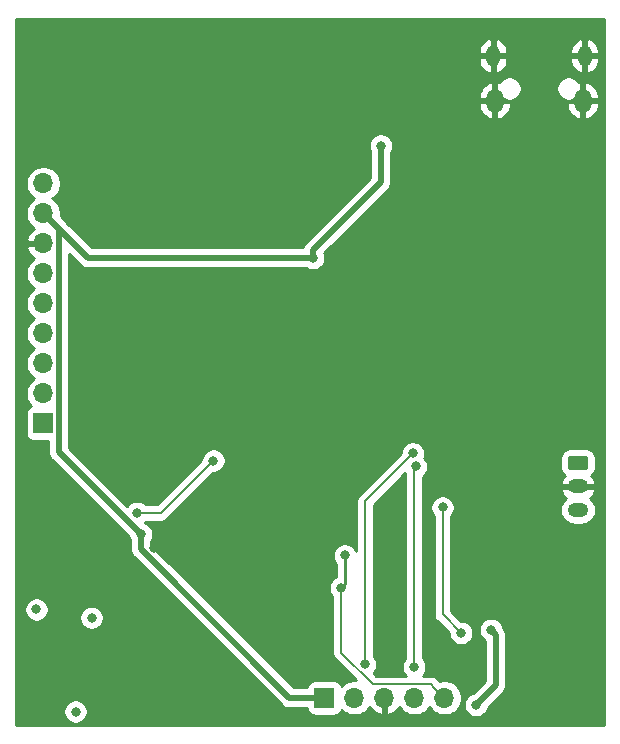
<source format=gbr>
G04 #@! TF.GenerationSoftware,KiCad,Pcbnew,5.1.5-52549c5~84~ubuntu18.04.1*
G04 #@! TF.CreationDate,2020-02-14T16:52:17+01:00*
G04 #@! TF.ProjectId,Project,50726f6a-6563-4742-9e6b-696361645f70,rev?*
G04 #@! TF.SameCoordinates,Original*
G04 #@! TF.FileFunction,Copper,L2,Bot*
G04 #@! TF.FilePolarity,Positive*
%FSLAX46Y46*%
G04 Gerber Fmt 4.6, Leading zero omitted, Abs format (unit mm)*
G04 Created by KiCad (PCBNEW 5.1.5-52549c5~84~ubuntu18.04.1) date 2020-02-14 16:52:17*
%MOMM*%
%LPD*%
G04 APERTURE LIST*
%ADD10R,1.700000X1.700000*%
%ADD11O,1.700000X1.700000*%
%ADD12O,1.450000X2.000000*%
%ADD13O,1.150000X1.800000*%
%ADD14C,0.100000*%
%ADD15O,1.750000X1.200000*%
%ADD16C,0.800000*%
%ADD17C,0.500000*%
%ADD18C,0.200000*%
%ADD19C,0.250000*%
%ADD20C,0.254000*%
G04 APERTURE END LIST*
D10*
X276220000Y-297600000D03*
D11*
X278760000Y-297600000D03*
X281300000Y-297600000D03*
X283840000Y-297600000D03*
X286380000Y-297600000D03*
D12*
X298095000Y-247040000D03*
X290645000Y-247040000D03*
D13*
X298245000Y-243240000D03*
X290495000Y-243240000D03*
G04 #@! TA.AperFunction,ComponentPad*
D14*
G36*
X298337505Y-277087204D02*
G01*
X298361773Y-277090804D01*
X298385572Y-277096765D01*
X298408671Y-277105030D01*
X298430850Y-277115520D01*
X298451893Y-277128132D01*
X298471599Y-277142747D01*
X298489777Y-277159223D01*
X298506253Y-277177401D01*
X298520868Y-277197107D01*
X298533480Y-277218150D01*
X298543970Y-277240329D01*
X298552235Y-277263428D01*
X298558196Y-277287227D01*
X298561796Y-277311495D01*
X298563000Y-277335999D01*
X298563000Y-278036001D01*
X298561796Y-278060505D01*
X298558196Y-278084773D01*
X298552235Y-278108572D01*
X298543970Y-278131671D01*
X298533480Y-278153850D01*
X298520868Y-278174893D01*
X298506253Y-278194599D01*
X298489777Y-278212777D01*
X298471599Y-278229253D01*
X298451893Y-278243868D01*
X298430850Y-278256480D01*
X298408671Y-278266970D01*
X298385572Y-278275235D01*
X298361773Y-278281196D01*
X298337505Y-278284796D01*
X298313001Y-278286000D01*
X297062999Y-278286000D01*
X297038495Y-278284796D01*
X297014227Y-278281196D01*
X296990428Y-278275235D01*
X296967329Y-278266970D01*
X296945150Y-278256480D01*
X296924107Y-278243868D01*
X296904401Y-278229253D01*
X296886223Y-278212777D01*
X296869747Y-278194599D01*
X296855132Y-278174893D01*
X296842520Y-278153850D01*
X296832030Y-278131671D01*
X296823765Y-278108572D01*
X296817804Y-278084773D01*
X296814204Y-278060505D01*
X296813000Y-278036001D01*
X296813000Y-277335999D01*
X296814204Y-277311495D01*
X296817804Y-277287227D01*
X296823765Y-277263428D01*
X296832030Y-277240329D01*
X296842520Y-277218150D01*
X296855132Y-277197107D01*
X296869747Y-277177401D01*
X296886223Y-277159223D01*
X296904401Y-277142747D01*
X296924107Y-277128132D01*
X296945150Y-277115520D01*
X296967329Y-277105030D01*
X296990428Y-277096765D01*
X297014227Y-277090804D01*
X297038495Y-277087204D01*
X297062999Y-277086000D01*
X298313001Y-277086000D01*
X298337505Y-277087204D01*
G37*
G04 #@! TD.AperFunction*
D15*
X297688000Y-279686000D03*
X297688000Y-281686000D03*
D10*
X252420000Y-274360000D03*
D11*
X252420000Y-271820000D03*
X252420000Y-269280000D03*
X252420000Y-266740000D03*
X252420000Y-264200000D03*
X252420000Y-261660000D03*
X252420000Y-259120000D03*
X252420000Y-256580000D03*
X252420000Y-254040000D03*
D16*
X256500000Y-290810000D03*
X255150000Y-298750000D03*
X251830000Y-290110000D03*
X280990000Y-250840000D03*
X275260000Y-260340000D03*
X290322000Y-291846000D03*
X289052000Y-298196000D03*
X260670000Y-283740000D03*
X277622000Y-288290000D03*
X277940000Y-285530000D03*
X255820000Y-247630000D03*
X268220000Y-283320000D03*
X273410000Y-286170000D03*
X274682000Y-271898000D03*
X277882000Y-271968000D03*
X293590000Y-249870000D03*
X280730000Y-267220000D03*
X261790000Y-284890000D03*
X287510000Y-287290000D03*
X282030000Y-289570000D03*
X283810000Y-294970000D03*
X283970000Y-278000000D03*
X283710000Y-276890000D03*
X279640000Y-294760000D03*
X287782000Y-292100000D03*
X286214525Y-281475475D03*
X260350000Y-281940000D03*
X266820975Y-277501025D03*
D17*
X280990000Y-250840000D02*
X280990000Y-253920000D01*
X280990000Y-253920000D02*
X275260000Y-259650000D01*
X275260000Y-259650000D02*
X275260000Y-260340000D01*
X290322000Y-291846000D02*
X290721999Y-292245999D01*
X290721999Y-292245999D02*
X290721999Y-296526001D01*
X290721999Y-296526001D02*
X289052000Y-298196000D01*
X256180000Y-260340000D02*
X252420000Y-256580000D01*
X275260000Y-260340000D02*
X256180000Y-260340000D01*
X253720001Y-276790001D02*
X260670000Y-283740000D01*
X252420000Y-256580000D02*
X253720001Y-257880001D01*
X253720001Y-257880001D02*
X253720001Y-276790001D01*
X274870000Y-297600000D02*
X276220000Y-297600000D01*
X273241998Y-297600000D02*
X274870000Y-297600000D01*
X260670000Y-285028002D02*
X273241998Y-297600000D01*
X260670000Y-283740000D02*
X260670000Y-285028002D01*
D18*
X285530001Y-296750001D02*
X286380000Y-297600000D01*
X285229999Y-296449999D02*
X285530001Y-296750001D01*
X280293997Y-296449999D02*
X285229999Y-296449999D01*
X277622000Y-293778002D02*
X280293997Y-296449999D01*
X277622000Y-288290000D02*
X277622000Y-293778002D01*
D19*
X277940000Y-287972000D02*
X277622000Y-288290000D01*
X277940000Y-285530000D02*
X277940000Y-287972000D01*
D18*
X283810000Y-294970000D02*
X283810000Y-278160000D01*
X283810000Y-278160000D02*
X283970000Y-278000000D01*
X283710000Y-276890000D02*
X279640000Y-280960000D01*
X279640000Y-280960000D02*
X279640000Y-294760000D01*
X287782000Y-292100000D02*
X286214525Y-290532525D01*
X286214525Y-290532525D02*
X286214525Y-281475475D01*
X260350000Y-281940000D02*
X262382000Y-281940000D01*
X262382000Y-281940000D02*
X266820975Y-277501025D01*
D20*
G36*
X299873000Y-299873000D02*
G01*
X250127000Y-299873000D01*
X250127000Y-298648061D01*
X254115000Y-298648061D01*
X254115000Y-298851939D01*
X254154774Y-299051898D01*
X254232795Y-299240256D01*
X254346063Y-299409774D01*
X254490226Y-299553937D01*
X254659744Y-299667205D01*
X254848102Y-299745226D01*
X255048061Y-299785000D01*
X255251939Y-299785000D01*
X255451898Y-299745226D01*
X255640256Y-299667205D01*
X255809774Y-299553937D01*
X255953937Y-299409774D01*
X256067205Y-299240256D01*
X256145226Y-299051898D01*
X256185000Y-298851939D01*
X256185000Y-298648061D01*
X256145226Y-298448102D01*
X256067205Y-298259744D01*
X255953937Y-298090226D01*
X255809774Y-297946063D01*
X255640256Y-297832795D01*
X255451898Y-297754774D01*
X255251939Y-297715000D01*
X255048061Y-297715000D01*
X254848102Y-297754774D01*
X254659744Y-297832795D01*
X254490226Y-297946063D01*
X254346063Y-298090226D01*
X254232795Y-298259744D01*
X254154774Y-298448102D01*
X254115000Y-298648061D01*
X250127000Y-298648061D01*
X250127000Y-290008061D01*
X250795000Y-290008061D01*
X250795000Y-290211939D01*
X250834774Y-290411898D01*
X250912795Y-290600256D01*
X251026063Y-290769774D01*
X251170226Y-290913937D01*
X251339744Y-291027205D01*
X251528102Y-291105226D01*
X251728061Y-291145000D01*
X251931939Y-291145000D01*
X252131898Y-291105226D01*
X252320256Y-291027205D01*
X252489774Y-290913937D01*
X252633937Y-290769774D01*
X252675172Y-290708061D01*
X255465000Y-290708061D01*
X255465000Y-290911939D01*
X255504774Y-291111898D01*
X255582795Y-291300256D01*
X255696063Y-291469774D01*
X255840226Y-291613937D01*
X256009744Y-291727205D01*
X256198102Y-291805226D01*
X256398061Y-291845000D01*
X256601939Y-291845000D01*
X256801898Y-291805226D01*
X256990256Y-291727205D01*
X257159774Y-291613937D01*
X257303937Y-291469774D01*
X257417205Y-291300256D01*
X257495226Y-291111898D01*
X257535000Y-290911939D01*
X257535000Y-290708061D01*
X257495226Y-290508102D01*
X257417205Y-290319744D01*
X257303937Y-290150226D01*
X257159774Y-290006063D01*
X256990256Y-289892795D01*
X256801898Y-289814774D01*
X256601939Y-289775000D01*
X256398061Y-289775000D01*
X256198102Y-289814774D01*
X256009744Y-289892795D01*
X255840226Y-290006063D01*
X255696063Y-290150226D01*
X255582795Y-290319744D01*
X255504774Y-290508102D01*
X255465000Y-290708061D01*
X252675172Y-290708061D01*
X252747205Y-290600256D01*
X252825226Y-290411898D01*
X252865000Y-290211939D01*
X252865000Y-290008061D01*
X252825226Y-289808102D01*
X252747205Y-289619744D01*
X252633937Y-289450226D01*
X252489774Y-289306063D01*
X252320256Y-289192795D01*
X252131898Y-289114774D01*
X251931939Y-289075000D01*
X251728061Y-289075000D01*
X251528102Y-289114774D01*
X251339744Y-289192795D01*
X251170226Y-289306063D01*
X251026063Y-289450226D01*
X250912795Y-289619744D01*
X250834774Y-289808102D01*
X250795000Y-290008061D01*
X250127000Y-290008061D01*
X250127000Y-273510000D01*
X250931928Y-273510000D01*
X250931928Y-275210000D01*
X250944188Y-275334482D01*
X250980498Y-275454180D01*
X251039463Y-275564494D01*
X251118815Y-275661185D01*
X251215506Y-275740537D01*
X251325820Y-275799502D01*
X251445518Y-275835812D01*
X251570000Y-275848072D01*
X252835002Y-275848072D01*
X252835002Y-276746522D01*
X252830720Y-276790001D01*
X252847806Y-276963491D01*
X252898413Y-277130314D01*
X252980591Y-277284060D01*
X253063469Y-277385047D01*
X253063472Y-277385050D01*
X253091185Y-277418818D01*
X253124953Y-277446531D01*
X259663465Y-283985044D01*
X259674774Y-284041898D01*
X259752795Y-284230256D01*
X259785000Y-284278455D01*
X259785001Y-284984524D01*
X259780719Y-285028002D01*
X259797805Y-285201492D01*
X259848412Y-285368315D01*
X259930590Y-285522061D01*
X260013468Y-285623048D01*
X260013471Y-285623051D01*
X260041184Y-285656819D01*
X260074952Y-285684532D01*
X272585468Y-298195049D01*
X272613181Y-298228817D01*
X272646949Y-298256530D01*
X272646951Y-298256532D01*
X272697406Y-298297939D01*
X272747939Y-298339411D01*
X272901685Y-298421589D01*
X273068508Y-298472195D01*
X273198521Y-298485000D01*
X273198531Y-298485000D01*
X273241997Y-298489281D01*
X273285464Y-298485000D01*
X274735375Y-298485000D01*
X274744188Y-298574482D01*
X274780498Y-298694180D01*
X274839463Y-298804494D01*
X274918815Y-298901185D01*
X275015506Y-298980537D01*
X275125820Y-299039502D01*
X275245518Y-299075812D01*
X275370000Y-299088072D01*
X277070000Y-299088072D01*
X277194482Y-299075812D01*
X277314180Y-299039502D01*
X277424494Y-298980537D01*
X277521185Y-298901185D01*
X277600537Y-298804494D01*
X277659502Y-298694180D01*
X277681513Y-298621620D01*
X277813368Y-298753475D01*
X278056589Y-298915990D01*
X278326842Y-299027932D01*
X278613740Y-299085000D01*
X278906260Y-299085000D01*
X279193158Y-299027932D01*
X279463411Y-298915990D01*
X279706632Y-298753475D01*
X279913475Y-298546632D01*
X280035195Y-298364466D01*
X280104822Y-298481355D01*
X280299731Y-298697588D01*
X280533080Y-298871641D01*
X280795901Y-298996825D01*
X280943110Y-299041476D01*
X281173000Y-298920155D01*
X281173000Y-297727000D01*
X281153000Y-297727000D01*
X281153000Y-297473000D01*
X281173000Y-297473000D01*
X281173000Y-297453000D01*
X281427000Y-297453000D01*
X281427000Y-297473000D01*
X281447000Y-297473000D01*
X281447000Y-297727000D01*
X281427000Y-297727000D01*
X281427000Y-298920155D01*
X281656890Y-299041476D01*
X281804099Y-298996825D01*
X282066920Y-298871641D01*
X282300269Y-298697588D01*
X282495178Y-298481355D01*
X282564805Y-298364466D01*
X282686525Y-298546632D01*
X282893368Y-298753475D01*
X283136589Y-298915990D01*
X283406842Y-299027932D01*
X283693740Y-299085000D01*
X283986260Y-299085000D01*
X284273158Y-299027932D01*
X284543411Y-298915990D01*
X284786632Y-298753475D01*
X284993475Y-298546632D01*
X285110000Y-298372240D01*
X285226525Y-298546632D01*
X285433368Y-298753475D01*
X285676589Y-298915990D01*
X285946842Y-299027932D01*
X286233740Y-299085000D01*
X286526260Y-299085000D01*
X286813158Y-299027932D01*
X287083411Y-298915990D01*
X287326632Y-298753475D01*
X287533475Y-298546632D01*
X287695990Y-298303411D01*
X287782705Y-298094061D01*
X288017000Y-298094061D01*
X288017000Y-298297939D01*
X288056774Y-298497898D01*
X288134795Y-298686256D01*
X288248063Y-298855774D01*
X288392226Y-298999937D01*
X288561744Y-299113205D01*
X288750102Y-299191226D01*
X288950061Y-299231000D01*
X289153939Y-299231000D01*
X289353898Y-299191226D01*
X289542256Y-299113205D01*
X289711774Y-298999937D01*
X289855937Y-298855774D01*
X289969205Y-298686256D01*
X290047226Y-298497898D01*
X290058535Y-298441043D01*
X291317048Y-297182531D01*
X291350816Y-297154818D01*
X291390930Y-297105940D01*
X291461409Y-297020061D01*
X291461410Y-297020060D01*
X291543588Y-296866314D01*
X291594194Y-296699491D01*
X291606999Y-296569478D01*
X291606999Y-296569468D01*
X291611280Y-296526002D01*
X291606999Y-296482536D01*
X291606999Y-292289465D01*
X291611280Y-292245998D01*
X291606999Y-292202532D01*
X291606999Y-292202522D01*
X291594194Y-292072509D01*
X291543588Y-291905686D01*
X291461410Y-291751940D01*
X291350816Y-291617182D01*
X291328045Y-291598495D01*
X291317226Y-291544102D01*
X291239205Y-291355744D01*
X291125937Y-291186226D01*
X290981774Y-291042063D01*
X290812256Y-290928795D01*
X290623898Y-290850774D01*
X290423939Y-290811000D01*
X290220061Y-290811000D01*
X290020102Y-290850774D01*
X289831744Y-290928795D01*
X289662226Y-291042063D01*
X289518063Y-291186226D01*
X289404795Y-291355744D01*
X289326774Y-291544102D01*
X289287000Y-291744061D01*
X289287000Y-291947939D01*
X289326774Y-292147898D01*
X289404795Y-292336256D01*
X289518063Y-292505774D01*
X289662226Y-292649937D01*
X289831744Y-292763205D01*
X289836999Y-292765382D01*
X289837000Y-296159421D01*
X288806957Y-297189465D01*
X288750102Y-297200774D01*
X288561744Y-297278795D01*
X288392226Y-297392063D01*
X288248063Y-297536226D01*
X288134795Y-297705744D01*
X288056774Y-297894102D01*
X288017000Y-298094061D01*
X287782705Y-298094061D01*
X287807932Y-298033158D01*
X287865000Y-297746260D01*
X287865000Y-297453740D01*
X287807932Y-297166842D01*
X287695990Y-296896589D01*
X287533475Y-296653368D01*
X287326632Y-296446525D01*
X287083411Y-296284010D01*
X286813158Y-296172068D01*
X286526260Y-296115000D01*
X286233740Y-296115000D01*
X285984102Y-296164656D01*
X285775258Y-295955812D01*
X285752237Y-295927761D01*
X285640319Y-295835912D01*
X285512632Y-295767662D01*
X285374084Y-295725634D01*
X285266104Y-295714999D01*
X285229999Y-295711443D01*
X285193894Y-295714999D01*
X284528712Y-295714999D01*
X284613937Y-295629774D01*
X284727205Y-295460256D01*
X284805226Y-295271898D01*
X284845000Y-295071939D01*
X284845000Y-294868061D01*
X284805226Y-294668102D01*
X284727205Y-294479744D01*
X284613937Y-294310226D01*
X284545000Y-294241289D01*
X284545000Y-281373536D01*
X285179525Y-281373536D01*
X285179525Y-281577414D01*
X285219299Y-281777373D01*
X285297320Y-281965731D01*
X285410588Y-282135249D01*
X285479526Y-282204187D01*
X285479525Y-290496420D01*
X285475969Y-290532525D01*
X285479525Y-290568629D01*
X285490160Y-290676609D01*
X285532188Y-290815157D01*
X285600438Y-290942844D01*
X285692287Y-291054762D01*
X285720333Y-291077779D01*
X286747000Y-292104447D01*
X286747000Y-292201939D01*
X286786774Y-292401898D01*
X286864795Y-292590256D01*
X286978063Y-292759774D01*
X287122226Y-292903937D01*
X287291744Y-293017205D01*
X287480102Y-293095226D01*
X287680061Y-293135000D01*
X287883939Y-293135000D01*
X288083898Y-293095226D01*
X288272256Y-293017205D01*
X288441774Y-292903937D01*
X288585937Y-292759774D01*
X288699205Y-292590256D01*
X288777226Y-292401898D01*
X288817000Y-292201939D01*
X288817000Y-291998061D01*
X288777226Y-291798102D01*
X288699205Y-291609744D01*
X288585937Y-291440226D01*
X288441774Y-291296063D01*
X288272256Y-291182795D01*
X288083898Y-291104774D01*
X287883939Y-291065000D01*
X287786447Y-291065000D01*
X286949525Y-290228079D01*
X286949525Y-282204186D01*
X287018462Y-282135249D01*
X287131730Y-281965731D01*
X287209751Y-281777373D01*
X287227926Y-281686000D01*
X296172025Y-281686000D01*
X296195870Y-281928102D01*
X296266489Y-282160901D01*
X296381167Y-282375449D01*
X296535498Y-282563502D01*
X296723551Y-282717833D01*
X296938099Y-282832511D01*
X297170898Y-282903130D01*
X297352335Y-282921000D01*
X298023665Y-282921000D01*
X298205102Y-282903130D01*
X298437901Y-282832511D01*
X298652449Y-282717833D01*
X298840502Y-282563502D01*
X298994833Y-282375449D01*
X299109511Y-282160901D01*
X299180130Y-281928102D01*
X299203975Y-281686000D01*
X299180130Y-281443898D01*
X299109511Y-281211099D01*
X298994833Y-280996551D01*
X298840502Y-280808498D01*
X298690652Y-280685519D01*
X298754725Y-280642307D01*
X298926078Y-280469474D01*
X299060421Y-280266533D01*
X299152591Y-280041282D01*
X299156462Y-280003609D01*
X299031731Y-279813000D01*
X297815000Y-279813000D01*
X297815000Y-279833000D01*
X297561000Y-279833000D01*
X297561000Y-279813000D01*
X296344269Y-279813000D01*
X296219538Y-280003609D01*
X296223409Y-280041282D01*
X296315579Y-280266533D01*
X296449922Y-280469474D01*
X296621275Y-280642307D01*
X296685348Y-280685519D01*
X296535498Y-280808498D01*
X296381167Y-280996551D01*
X296266489Y-281211099D01*
X296195870Y-281443898D01*
X296172025Y-281686000D01*
X287227926Y-281686000D01*
X287249525Y-281577414D01*
X287249525Y-281373536D01*
X287209751Y-281173577D01*
X287131730Y-280985219D01*
X287018462Y-280815701D01*
X286874299Y-280671538D01*
X286704781Y-280558270D01*
X286516423Y-280480249D01*
X286316464Y-280440475D01*
X286112586Y-280440475D01*
X285912627Y-280480249D01*
X285724269Y-280558270D01*
X285554751Y-280671538D01*
X285410588Y-280815701D01*
X285297320Y-280985219D01*
X285219299Y-281173577D01*
X285179525Y-281373536D01*
X284545000Y-281373536D01*
X284545000Y-278860581D01*
X284629774Y-278803937D01*
X284773937Y-278659774D01*
X284887205Y-278490256D01*
X284965226Y-278301898D01*
X285005000Y-278101939D01*
X285005000Y-277898061D01*
X284965226Y-277698102D01*
X284887205Y-277509744D01*
X284773937Y-277340226D01*
X284769710Y-277335999D01*
X296174928Y-277335999D01*
X296174928Y-278036001D01*
X296191992Y-278209255D01*
X296242528Y-278375851D01*
X296324595Y-278529387D01*
X296435038Y-278663962D01*
X296569613Y-278774405D01*
X296574406Y-278776967D01*
X296449922Y-278902526D01*
X296315579Y-279105467D01*
X296223409Y-279330718D01*
X296219538Y-279368391D01*
X296344269Y-279559000D01*
X297561000Y-279559000D01*
X297561000Y-279539000D01*
X297815000Y-279539000D01*
X297815000Y-279559000D01*
X299031731Y-279559000D01*
X299156462Y-279368391D01*
X299152591Y-279330718D01*
X299060421Y-279105467D01*
X298926078Y-278902526D01*
X298801594Y-278776967D01*
X298806387Y-278774405D01*
X298940962Y-278663962D01*
X299051405Y-278529387D01*
X299133472Y-278375851D01*
X299184008Y-278209255D01*
X299201072Y-278036001D01*
X299201072Y-277335999D01*
X299184008Y-277162745D01*
X299133472Y-276996149D01*
X299051405Y-276842613D01*
X298940962Y-276708038D01*
X298806387Y-276597595D01*
X298652851Y-276515528D01*
X298486255Y-276464992D01*
X298313001Y-276447928D01*
X297062999Y-276447928D01*
X296889745Y-276464992D01*
X296723149Y-276515528D01*
X296569613Y-276597595D01*
X296435038Y-276708038D01*
X296324595Y-276842613D01*
X296242528Y-276996149D01*
X296191992Y-277162745D01*
X296174928Y-277335999D01*
X284769710Y-277335999D01*
X284681907Y-277248196D01*
X284705226Y-277191898D01*
X284745000Y-276991939D01*
X284745000Y-276788061D01*
X284705226Y-276588102D01*
X284627205Y-276399744D01*
X284513937Y-276230226D01*
X284369774Y-276086063D01*
X284200256Y-275972795D01*
X284011898Y-275894774D01*
X283811939Y-275855000D01*
X283608061Y-275855000D01*
X283408102Y-275894774D01*
X283219744Y-275972795D01*
X283050226Y-276086063D01*
X282906063Y-276230226D01*
X282792795Y-276399744D01*
X282714774Y-276588102D01*
X282675000Y-276788061D01*
X282675000Y-276885553D01*
X279145808Y-280414746D01*
X279117762Y-280437763D01*
X279025913Y-280549681D01*
X278957663Y-280677368D01*
X278935294Y-280751110D01*
X278915635Y-280815915D01*
X278901444Y-280960000D01*
X278905000Y-280996105D01*
X278905000Y-285155131D01*
X278857205Y-285039744D01*
X278743937Y-284870226D01*
X278599774Y-284726063D01*
X278430256Y-284612795D01*
X278241898Y-284534774D01*
X278041939Y-284495000D01*
X277838061Y-284495000D01*
X277638102Y-284534774D01*
X277449744Y-284612795D01*
X277280226Y-284726063D01*
X277136063Y-284870226D01*
X277022795Y-285039744D01*
X276944774Y-285228102D01*
X276905000Y-285428061D01*
X276905000Y-285631939D01*
X276944774Y-285831898D01*
X277022795Y-286020256D01*
X277136063Y-286189774D01*
X277180000Y-286233711D01*
X277180001Y-287352806D01*
X277131744Y-287372795D01*
X276962226Y-287486063D01*
X276818063Y-287630226D01*
X276704795Y-287799744D01*
X276626774Y-287988102D01*
X276587000Y-288188061D01*
X276587000Y-288391939D01*
X276626774Y-288591898D01*
X276704795Y-288780256D01*
X276818063Y-288949774D01*
X276887000Y-289018711D01*
X276887001Y-293741887D01*
X276883444Y-293778002D01*
X276897635Y-293922087D01*
X276907942Y-293956063D01*
X276939664Y-294060635D01*
X277007914Y-294188322D01*
X277099763Y-294300240D01*
X277127808Y-294323256D01*
X278922852Y-296118300D01*
X278906260Y-296115000D01*
X278613740Y-296115000D01*
X278326842Y-296172068D01*
X278056589Y-296284010D01*
X277813368Y-296446525D01*
X277681513Y-296578380D01*
X277659502Y-296505820D01*
X277600537Y-296395506D01*
X277521185Y-296298815D01*
X277424494Y-296219463D01*
X277314180Y-296160498D01*
X277194482Y-296124188D01*
X277070000Y-296111928D01*
X275370000Y-296111928D01*
X275245518Y-296124188D01*
X275125820Y-296160498D01*
X275015506Y-296219463D01*
X274918815Y-296298815D01*
X274839463Y-296395506D01*
X274780498Y-296505820D01*
X274744188Y-296625518D01*
X274735375Y-296715000D01*
X273608577Y-296715000D01*
X261555000Y-284661424D01*
X261555000Y-284278454D01*
X261587205Y-284230256D01*
X261665226Y-284041898D01*
X261705000Y-283841939D01*
X261705000Y-283638061D01*
X261665226Y-283438102D01*
X261587205Y-283249744D01*
X261473937Y-283080226D01*
X261329774Y-282936063D01*
X261160256Y-282822795D01*
X260994506Y-282754139D01*
X261009774Y-282743937D01*
X261078711Y-282675000D01*
X262345895Y-282675000D01*
X262382000Y-282678556D01*
X262418105Y-282675000D01*
X262526085Y-282664365D01*
X262664633Y-282622337D01*
X262792320Y-282554087D01*
X262904238Y-282462238D01*
X262927259Y-282434187D01*
X266825422Y-278536025D01*
X266922914Y-278536025D01*
X267122873Y-278496251D01*
X267311231Y-278418230D01*
X267480749Y-278304962D01*
X267624912Y-278160799D01*
X267738180Y-277991281D01*
X267816201Y-277802923D01*
X267855975Y-277602964D01*
X267855975Y-277399086D01*
X267816201Y-277199127D01*
X267738180Y-277010769D01*
X267624912Y-276841251D01*
X267480749Y-276697088D01*
X267311231Y-276583820D01*
X267122873Y-276505799D01*
X266922914Y-276466025D01*
X266719036Y-276466025D01*
X266519077Y-276505799D01*
X266330719Y-276583820D01*
X266161201Y-276697088D01*
X266017038Y-276841251D01*
X265903770Y-277010769D01*
X265825749Y-277199127D01*
X265785975Y-277399086D01*
X265785975Y-277496578D01*
X262077554Y-281205000D01*
X261078711Y-281205000D01*
X261009774Y-281136063D01*
X260840256Y-281022795D01*
X260651898Y-280944774D01*
X260451939Y-280905000D01*
X260248061Y-280905000D01*
X260048102Y-280944774D01*
X259859744Y-281022795D01*
X259690226Y-281136063D01*
X259546063Y-281280226D01*
X259512314Y-281330735D01*
X254605001Y-276423423D01*
X254605001Y-260016580D01*
X255523470Y-260935049D01*
X255551183Y-260968817D01*
X255584951Y-260996530D01*
X255584953Y-260996532D01*
X255656452Y-261055210D01*
X255685941Y-261079411D01*
X255839687Y-261161589D01*
X255955903Y-261196843D01*
X256006509Y-261212195D01*
X256021306Y-261213652D01*
X256136523Y-261225000D01*
X256136531Y-261225000D01*
X256180000Y-261229281D01*
X256223469Y-261225000D01*
X274721546Y-261225000D01*
X274769744Y-261257205D01*
X274958102Y-261335226D01*
X275158061Y-261375000D01*
X275361939Y-261375000D01*
X275561898Y-261335226D01*
X275750256Y-261257205D01*
X275919774Y-261143937D01*
X276063937Y-260999774D01*
X276177205Y-260830256D01*
X276255226Y-260641898D01*
X276295000Y-260441939D01*
X276295000Y-260238061D01*
X276255226Y-260038102D01*
X276216637Y-259944941D01*
X281585049Y-254576530D01*
X281618817Y-254548817D01*
X281680910Y-254473158D01*
X281729411Y-254414059D01*
X281811588Y-254260314D01*
X281811589Y-254260313D01*
X281862195Y-254093490D01*
X281875000Y-253963477D01*
X281875000Y-253963469D01*
X281879281Y-253920000D01*
X281875000Y-253876531D01*
X281875000Y-251378454D01*
X281907205Y-251330256D01*
X281985226Y-251141898D01*
X282025000Y-250941939D01*
X282025000Y-250738061D01*
X281985226Y-250538102D01*
X281907205Y-250349744D01*
X281793937Y-250180226D01*
X281649774Y-250036063D01*
X281480256Y-249922795D01*
X281291898Y-249844774D01*
X281091939Y-249805000D01*
X280888061Y-249805000D01*
X280688102Y-249844774D01*
X280499744Y-249922795D01*
X280330226Y-250036063D01*
X280186063Y-250180226D01*
X280072795Y-250349744D01*
X279994774Y-250538102D01*
X279955000Y-250738061D01*
X279955000Y-250941939D01*
X279994774Y-251141898D01*
X280072795Y-251330256D01*
X280105000Y-251378455D01*
X280105001Y-253553420D01*
X274664956Y-258993466D01*
X274631183Y-259021183D01*
X274520589Y-259155942D01*
X274438411Y-259309688D01*
X274394330Y-259455000D01*
X256546579Y-259455000D01*
X254376534Y-257284955D01*
X254348818Y-257251184D01*
X254315051Y-257223472D01*
X253890539Y-256798960D01*
X253905000Y-256726260D01*
X253905000Y-256433740D01*
X253847932Y-256146842D01*
X253735990Y-255876589D01*
X253573475Y-255633368D01*
X253366632Y-255426525D01*
X253192240Y-255310000D01*
X253366632Y-255193475D01*
X253573475Y-254986632D01*
X253735990Y-254743411D01*
X253847932Y-254473158D01*
X253905000Y-254186260D01*
X253905000Y-253893740D01*
X253847932Y-253606842D01*
X253735990Y-253336589D01*
X253573475Y-253093368D01*
X253366632Y-252886525D01*
X253123411Y-252724010D01*
X252853158Y-252612068D01*
X252566260Y-252555000D01*
X252273740Y-252555000D01*
X251986842Y-252612068D01*
X251716589Y-252724010D01*
X251473368Y-252886525D01*
X251266525Y-253093368D01*
X251104010Y-253336589D01*
X250992068Y-253606842D01*
X250935000Y-253893740D01*
X250935000Y-254186260D01*
X250992068Y-254473158D01*
X251104010Y-254743411D01*
X251266525Y-254986632D01*
X251473368Y-255193475D01*
X251647760Y-255310000D01*
X251473368Y-255426525D01*
X251266525Y-255633368D01*
X251104010Y-255876589D01*
X250992068Y-256146842D01*
X250935000Y-256433740D01*
X250935000Y-256726260D01*
X250992068Y-257013158D01*
X251104010Y-257283411D01*
X251266525Y-257526632D01*
X251473368Y-257733475D01*
X251655534Y-257855195D01*
X251538645Y-257924822D01*
X251322412Y-258119731D01*
X251148359Y-258353080D01*
X251023175Y-258615901D01*
X250978524Y-258763110D01*
X251099845Y-258993000D01*
X252293000Y-258993000D01*
X252293000Y-258973000D01*
X252547000Y-258973000D01*
X252547000Y-258993000D01*
X252567000Y-258993000D01*
X252567000Y-259247000D01*
X252547000Y-259247000D01*
X252547000Y-259267000D01*
X252293000Y-259267000D01*
X252293000Y-259247000D01*
X251099845Y-259247000D01*
X250978524Y-259476890D01*
X251023175Y-259624099D01*
X251148359Y-259886920D01*
X251322412Y-260120269D01*
X251538645Y-260315178D01*
X251655534Y-260384805D01*
X251473368Y-260506525D01*
X251266525Y-260713368D01*
X251104010Y-260956589D01*
X250992068Y-261226842D01*
X250935000Y-261513740D01*
X250935000Y-261806260D01*
X250992068Y-262093158D01*
X251104010Y-262363411D01*
X251266525Y-262606632D01*
X251473368Y-262813475D01*
X251647760Y-262930000D01*
X251473368Y-263046525D01*
X251266525Y-263253368D01*
X251104010Y-263496589D01*
X250992068Y-263766842D01*
X250935000Y-264053740D01*
X250935000Y-264346260D01*
X250992068Y-264633158D01*
X251104010Y-264903411D01*
X251266525Y-265146632D01*
X251473368Y-265353475D01*
X251647760Y-265470000D01*
X251473368Y-265586525D01*
X251266525Y-265793368D01*
X251104010Y-266036589D01*
X250992068Y-266306842D01*
X250935000Y-266593740D01*
X250935000Y-266886260D01*
X250992068Y-267173158D01*
X251104010Y-267443411D01*
X251266525Y-267686632D01*
X251473368Y-267893475D01*
X251647760Y-268010000D01*
X251473368Y-268126525D01*
X251266525Y-268333368D01*
X251104010Y-268576589D01*
X250992068Y-268846842D01*
X250935000Y-269133740D01*
X250935000Y-269426260D01*
X250992068Y-269713158D01*
X251104010Y-269983411D01*
X251266525Y-270226632D01*
X251473368Y-270433475D01*
X251647760Y-270550000D01*
X251473368Y-270666525D01*
X251266525Y-270873368D01*
X251104010Y-271116589D01*
X250992068Y-271386842D01*
X250935000Y-271673740D01*
X250935000Y-271966260D01*
X250992068Y-272253158D01*
X251104010Y-272523411D01*
X251266525Y-272766632D01*
X251398380Y-272898487D01*
X251325820Y-272920498D01*
X251215506Y-272979463D01*
X251118815Y-273058815D01*
X251039463Y-273155506D01*
X250980498Y-273265820D01*
X250944188Y-273385518D01*
X250931928Y-273510000D01*
X250127000Y-273510000D01*
X250127000Y-247167000D01*
X289285000Y-247167000D01*
X289285000Y-247442000D01*
X289335908Y-247704883D01*
X289437124Y-247952783D01*
X289584758Y-248176173D01*
X289773137Y-248366469D01*
X289995021Y-248516357D01*
X290241883Y-248620078D01*
X290307742Y-248632519D01*
X290518000Y-248509518D01*
X290518000Y-247167000D01*
X290772000Y-247167000D01*
X290772000Y-248509518D01*
X290982258Y-248632519D01*
X291048117Y-248620078D01*
X291294979Y-248516357D01*
X291516863Y-248366469D01*
X291705242Y-248176173D01*
X291852876Y-247952783D01*
X291954092Y-247704883D01*
X292005000Y-247442000D01*
X292005000Y-247167000D01*
X296735000Y-247167000D01*
X296735000Y-247442000D01*
X296785908Y-247704883D01*
X296887124Y-247952783D01*
X297034758Y-248176173D01*
X297223137Y-248366469D01*
X297445021Y-248516357D01*
X297691883Y-248620078D01*
X297757742Y-248632519D01*
X297968000Y-248509518D01*
X297968000Y-247167000D01*
X298222000Y-247167000D01*
X298222000Y-248509518D01*
X298432258Y-248632519D01*
X298498117Y-248620078D01*
X298744979Y-248516357D01*
X298966863Y-248366469D01*
X299155242Y-248176173D01*
X299302876Y-247952783D01*
X299404092Y-247704883D01*
X299455000Y-247442000D01*
X299455000Y-247167000D01*
X298222000Y-247167000D01*
X297968000Y-247167000D01*
X296735000Y-247167000D01*
X292005000Y-247167000D01*
X290772000Y-247167000D01*
X290518000Y-247167000D01*
X289285000Y-247167000D01*
X250127000Y-247167000D01*
X250127000Y-246638000D01*
X289285000Y-246638000D01*
X289285000Y-246913000D01*
X290518000Y-246913000D01*
X290518000Y-245570482D01*
X290772000Y-245570482D01*
X290772000Y-246913000D01*
X291393734Y-246913000D01*
X291568102Y-246985226D01*
X291768061Y-247025000D01*
X291971939Y-247025000D01*
X292171898Y-246985226D01*
X292360256Y-246907205D01*
X292529774Y-246793937D01*
X292673937Y-246649774D01*
X292787205Y-246480256D01*
X292865226Y-246291898D01*
X292905000Y-246091939D01*
X292905000Y-245888061D01*
X295835000Y-245888061D01*
X295835000Y-246091939D01*
X295874774Y-246291898D01*
X295952795Y-246480256D01*
X296066063Y-246649774D01*
X296210226Y-246793937D01*
X296379744Y-246907205D01*
X296568102Y-246985226D01*
X296768061Y-247025000D01*
X296971939Y-247025000D01*
X297171898Y-246985226D01*
X297346266Y-246913000D01*
X297968000Y-246913000D01*
X297968000Y-245570482D01*
X298222000Y-245570482D01*
X298222000Y-246913000D01*
X299455000Y-246913000D01*
X299455000Y-246638000D01*
X299404092Y-246375117D01*
X299302876Y-246127217D01*
X299155242Y-245903827D01*
X298966863Y-245713531D01*
X298744979Y-245563643D01*
X298498117Y-245459922D01*
X298432258Y-245447481D01*
X298222000Y-245570482D01*
X297968000Y-245570482D01*
X297757742Y-245447481D01*
X297752896Y-245448396D01*
X297673937Y-245330226D01*
X297529774Y-245186063D01*
X297360256Y-245072795D01*
X297171898Y-244994774D01*
X296971939Y-244955000D01*
X296768061Y-244955000D01*
X296568102Y-244994774D01*
X296379744Y-245072795D01*
X296210226Y-245186063D01*
X296066063Y-245330226D01*
X295952795Y-245499744D01*
X295874774Y-245688102D01*
X295835000Y-245888061D01*
X292905000Y-245888061D01*
X292865226Y-245688102D01*
X292787205Y-245499744D01*
X292673937Y-245330226D01*
X292529774Y-245186063D01*
X292360256Y-245072795D01*
X292171898Y-244994774D01*
X291971939Y-244955000D01*
X291768061Y-244955000D01*
X291568102Y-244994774D01*
X291379744Y-245072795D01*
X291210226Y-245186063D01*
X291066063Y-245330226D01*
X290987104Y-245448396D01*
X290982258Y-245447481D01*
X290772000Y-245570482D01*
X290518000Y-245570482D01*
X290307742Y-245447481D01*
X290241883Y-245459922D01*
X289995021Y-245563643D01*
X289773137Y-245713531D01*
X289584758Y-245903827D01*
X289437124Y-246127217D01*
X289335908Y-246375117D01*
X289285000Y-246638000D01*
X250127000Y-246638000D01*
X250127000Y-243367000D01*
X289285000Y-243367000D01*
X289285000Y-243692000D01*
X289333026Y-243925619D01*
X289425706Y-244145380D01*
X289559479Y-244342837D01*
X289729203Y-244510402D01*
X289928356Y-244641636D01*
X290149285Y-244731496D01*
X290181323Y-244733635D01*
X290368000Y-244608550D01*
X290368000Y-243367000D01*
X290622000Y-243367000D01*
X290622000Y-244608550D01*
X290808677Y-244733635D01*
X290840715Y-244731496D01*
X291061644Y-244641636D01*
X291260797Y-244510402D01*
X291430521Y-244342837D01*
X291564294Y-244145380D01*
X291656974Y-243925619D01*
X291705000Y-243692000D01*
X291705000Y-243367000D01*
X297035000Y-243367000D01*
X297035000Y-243692000D01*
X297083026Y-243925619D01*
X297175706Y-244145380D01*
X297309479Y-244342837D01*
X297479203Y-244510402D01*
X297678356Y-244641636D01*
X297899285Y-244731496D01*
X297931323Y-244733635D01*
X298118000Y-244608550D01*
X298118000Y-243367000D01*
X298372000Y-243367000D01*
X298372000Y-244608550D01*
X298558677Y-244733635D01*
X298590715Y-244731496D01*
X298811644Y-244641636D01*
X299010797Y-244510402D01*
X299180521Y-244342837D01*
X299314294Y-244145380D01*
X299406974Y-243925619D01*
X299455000Y-243692000D01*
X299455000Y-243367000D01*
X298372000Y-243367000D01*
X298118000Y-243367000D01*
X297035000Y-243367000D01*
X291705000Y-243367000D01*
X290622000Y-243367000D01*
X290368000Y-243367000D01*
X289285000Y-243367000D01*
X250127000Y-243367000D01*
X250127000Y-242788000D01*
X289285000Y-242788000D01*
X289285000Y-243113000D01*
X290368000Y-243113000D01*
X290368000Y-241871450D01*
X290622000Y-241871450D01*
X290622000Y-243113000D01*
X291705000Y-243113000D01*
X291705000Y-242788000D01*
X297035000Y-242788000D01*
X297035000Y-243113000D01*
X298118000Y-243113000D01*
X298118000Y-241871450D01*
X298372000Y-241871450D01*
X298372000Y-243113000D01*
X299455000Y-243113000D01*
X299455000Y-242788000D01*
X299406974Y-242554381D01*
X299314294Y-242334620D01*
X299180521Y-242137163D01*
X299010797Y-241969598D01*
X298811644Y-241838364D01*
X298590715Y-241748504D01*
X298558677Y-241746365D01*
X298372000Y-241871450D01*
X298118000Y-241871450D01*
X297931323Y-241746365D01*
X297899285Y-241748504D01*
X297678356Y-241838364D01*
X297479203Y-241969598D01*
X297309479Y-242137163D01*
X297175706Y-242334620D01*
X297083026Y-242554381D01*
X297035000Y-242788000D01*
X291705000Y-242788000D01*
X291656974Y-242554381D01*
X291564294Y-242334620D01*
X291430521Y-242137163D01*
X291260797Y-241969598D01*
X291061644Y-241838364D01*
X290840715Y-241748504D01*
X290808677Y-241746365D01*
X290622000Y-241871450D01*
X290368000Y-241871450D01*
X290181323Y-241746365D01*
X290149285Y-241748504D01*
X289928356Y-241838364D01*
X289729203Y-241969598D01*
X289559479Y-242137163D01*
X289425706Y-242334620D01*
X289333026Y-242554381D01*
X289285000Y-242788000D01*
X250127000Y-242788000D01*
X250127000Y-240127000D01*
X299873000Y-240127000D01*
X299873000Y-299873000D01*
G37*
X299873000Y-299873000D02*
X250127000Y-299873000D01*
X250127000Y-298648061D01*
X254115000Y-298648061D01*
X254115000Y-298851939D01*
X254154774Y-299051898D01*
X254232795Y-299240256D01*
X254346063Y-299409774D01*
X254490226Y-299553937D01*
X254659744Y-299667205D01*
X254848102Y-299745226D01*
X255048061Y-299785000D01*
X255251939Y-299785000D01*
X255451898Y-299745226D01*
X255640256Y-299667205D01*
X255809774Y-299553937D01*
X255953937Y-299409774D01*
X256067205Y-299240256D01*
X256145226Y-299051898D01*
X256185000Y-298851939D01*
X256185000Y-298648061D01*
X256145226Y-298448102D01*
X256067205Y-298259744D01*
X255953937Y-298090226D01*
X255809774Y-297946063D01*
X255640256Y-297832795D01*
X255451898Y-297754774D01*
X255251939Y-297715000D01*
X255048061Y-297715000D01*
X254848102Y-297754774D01*
X254659744Y-297832795D01*
X254490226Y-297946063D01*
X254346063Y-298090226D01*
X254232795Y-298259744D01*
X254154774Y-298448102D01*
X254115000Y-298648061D01*
X250127000Y-298648061D01*
X250127000Y-290008061D01*
X250795000Y-290008061D01*
X250795000Y-290211939D01*
X250834774Y-290411898D01*
X250912795Y-290600256D01*
X251026063Y-290769774D01*
X251170226Y-290913937D01*
X251339744Y-291027205D01*
X251528102Y-291105226D01*
X251728061Y-291145000D01*
X251931939Y-291145000D01*
X252131898Y-291105226D01*
X252320256Y-291027205D01*
X252489774Y-290913937D01*
X252633937Y-290769774D01*
X252675172Y-290708061D01*
X255465000Y-290708061D01*
X255465000Y-290911939D01*
X255504774Y-291111898D01*
X255582795Y-291300256D01*
X255696063Y-291469774D01*
X255840226Y-291613937D01*
X256009744Y-291727205D01*
X256198102Y-291805226D01*
X256398061Y-291845000D01*
X256601939Y-291845000D01*
X256801898Y-291805226D01*
X256990256Y-291727205D01*
X257159774Y-291613937D01*
X257303937Y-291469774D01*
X257417205Y-291300256D01*
X257495226Y-291111898D01*
X257535000Y-290911939D01*
X257535000Y-290708061D01*
X257495226Y-290508102D01*
X257417205Y-290319744D01*
X257303937Y-290150226D01*
X257159774Y-290006063D01*
X256990256Y-289892795D01*
X256801898Y-289814774D01*
X256601939Y-289775000D01*
X256398061Y-289775000D01*
X256198102Y-289814774D01*
X256009744Y-289892795D01*
X255840226Y-290006063D01*
X255696063Y-290150226D01*
X255582795Y-290319744D01*
X255504774Y-290508102D01*
X255465000Y-290708061D01*
X252675172Y-290708061D01*
X252747205Y-290600256D01*
X252825226Y-290411898D01*
X252865000Y-290211939D01*
X252865000Y-290008061D01*
X252825226Y-289808102D01*
X252747205Y-289619744D01*
X252633937Y-289450226D01*
X252489774Y-289306063D01*
X252320256Y-289192795D01*
X252131898Y-289114774D01*
X251931939Y-289075000D01*
X251728061Y-289075000D01*
X251528102Y-289114774D01*
X251339744Y-289192795D01*
X251170226Y-289306063D01*
X251026063Y-289450226D01*
X250912795Y-289619744D01*
X250834774Y-289808102D01*
X250795000Y-290008061D01*
X250127000Y-290008061D01*
X250127000Y-273510000D01*
X250931928Y-273510000D01*
X250931928Y-275210000D01*
X250944188Y-275334482D01*
X250980498Y-275454180D01*
X251039463Y-275564494D01*
X251118815Y-275661185D01*
X251215506Y-275740537D01*
X251325820Y-275799502D01*
X251445518Y-275835812D01*
X251570000Y-275848072D01*
X252835002Y-275848072D01*
X252835002Y-276746522D01*
X252830720Y-276790001D01*
X252847806Y-276963491D01*
X252898413Y-277130314D01*
X252980591Y-277284060D01*
X253063469Y-277385047D01*
X253063472Y-277385050D01*
X253091185Y-277418818D01*
X253124953Y-277446531D01*
X259663465Y-283985044D01*
X259674774Y-284041898D01*
X259752795Y-284230256D01*
X259785000Y-284278455D01*
X259785001Y-284984524D01*
X259780719Y-285028002D01*
X259797805Y-285201492D01*
X259848412Y-285368315D01*
X259930590Y-285522061D01*
X260013468Y-285623048D01*
X260013471Y-285623051D01*
X260041184Y-285656819D01*
X260074952Y-285684532D01*
X272585468Y-298195049D01*
X272613181Y-298228817D01*
X272646949Y-298256530D01*
X272646951Y-298256532D01*
X272697406Y-298297939D01*
X272747939Y-298339411D01*
X272901685Y-298421589D01*
X273068508Y-298472195D01*
X273198521Y-298485000D01*
X273198531Y-298485000D01*
X273241997Y-298489281D01*
X273285464Y-298485000D01*
X274735375Y-298485000D01*
X274744188Y-298574482D01*
X274780498Y-298694180D01*
X274839463Y-298804494D01*
X274918815Y-298901185D01*
X275015506Y-298980537D01*
X275125820Y-299039502D01*
X275245518Y-299075812D01*
X275370000Y-299088072D01*
X277070000Y-299088072D01*
X277194482Y-299075812D01*
X277314180Y-299039502D01*
X277424494Y-298980537D01*
X277521185Y-298901185D01*
X277600537Y-298804494D01*
X277659502Y-298694180D01*
X277681513Y-298621620D01*
X277813368Y-298753475D01*
X278056589Y-298915990D01*
X278326842Y-299027932D01*
X278613740Y-299085000D01*
X278906260Y-299085000D01*
X279193158Y-299027932D01*
X279463411Y-298915990D01*
X279706632Y-298753475D01*
X279913475Y-298546632D01*
X280035195Y-298364466D01*
X280104822Y-298481355D01*
X280299731Y-298697588D01*
X280533080Y-298871641D01*
X280795901Y-298996825D01*
X280943110Y-299041476D01*
X281173000Y-298920155D01*
X281173000Y-297727000D01*
X281153000Y-297727000D01*
X281153000Y-297473000D01*
X281173000Y-297473000D01*
X281173000Y-297453000D01*
X281427000Y-297453000D01*
X281427000Y-297473000D01*
X281447000Y-297473000D01*
X281447000Y-297727000D01*
X281427000Y-297727000D01*
X281427000Y-298920155D01*
X281656890Y-299041476D01*
X281804099Y-298996825D01*
X282066920Y-298871641D01*
X282300269Y-298697588D01*
X282495178Y-298481355D01*
X282564805Y-298364466D01*
X282686525Y-298546632D01*
X282893368Y-298753475D01*
X283136589Y-298915990D01*
X283406842Y-299027932D01*
X283693740Y-299085000D01*
X283986260Y-299085000D01*
X284273158Y-299027932D01*
X284543411Y-298915990D01*
X284786632Y-298753475D01*
X284993475Y-298546632D01*
X285110000Y-298372240D01*
X285226525Y-298546632D01*
X285433368Y-298753475D01*
X285676589Y-298915990D01*
X285946842Y-299027932D01*
X286233740Y-299085000D01*
X286526260Y-299085000D01*
X286813158Y-299027932D01*
X287083411Y-298915990D01*
X287326632Y-298753475D01*
X287533475Y-298546632D01*
X287695990Y-298303411D01*
X287782705Y-298094061D01*
X288017000Y-298094061D01*
X288017000Y-298297939D01*
X288056774Y-298497898D01*
X288134795Y-298686256D01*
X288248063Y-298855774D01*
X288392226Y-298999937D01*
X288561744Y-299113205D01*
X288750102Y-299191226D01*
X288950061Y-299231000D01*
X289153939Y-299231000D01*
X289353898Y-299191226D01*
X289542256Y-299113205D01*
X289711774Y-298999937D01*
X289855937Y-298855774D01*
X289969205Y-298686256D01*
X290047226Y-298497898D01*
X290058535Y-298441043D01*
X291317048Y-297182531D01*
X291350816Y-297154818D01*
X291390930Y-297105940D01*
X291461409Y-297020061D01*
X291461410Y-297020060D01*
X291543588Y-296866314D01*
X291594194Y-296699491D01*
X291606999Y-296569478D01*
X291606999Y-296569468D01*
X291611280Y-296526002D01*
X291606999Y-296482536D01*
X291606999Y-292289465D01*
X291611280Y-292245998D01*
X291606999Y-292202532D01*
X291606999Y-292202522D01*
X291594194Y-292072509D01*
X291543588Y-291905686D01*
X291461410Y-291751940D01*
X291350816Y-291617182D01*
X291328045Y-291598495D01*
X291317226Y-291544102D01*
X291239205Y-291355744D01*
X291125937Y-291186226D01*
X290981774Y-291042063D01*
X290812256Y-290928795D01*
X290623898Y-290850774D01*
X290423939Y-290811000D01*
X290220061Y-290811000D01*
X290020102Y-290850774D01*
X289831744Y-290928795D01*
X289662226Y-291042063D01*
X289518063Y-291186226D01*
X289404795Y-291355744D01*
X289326774Y-291544102D01*
X289287000Y-291744061D01*
X289287000Y-291947939D01*
X289326774Y-292147898D01*
X289404795Y-292336256D01*
X289518063Y-292505774D01*
X289662226Y-292649937D01*
X289831744Y-292763205D01*
X289836999Y-292765382D01*
X289837000Y-296159421D01*
X288806957Y-297189465D01*
X288750102Y-297200774D01*
X288561744Y-297278795D01*
X288392226Y-297392063D01*
X288248063Y-297536226D01*
X288134795Y-297705744D01*
X288056774Y-297894102D01*
X288017000Y-298094061D01*
X287782705Y-298094061D01*
X287807932Y-298033158D01*
X287865000Y-297746260D01*
X287865000Y-297453740D01*
X287807932Y-297166842D01*
X287695990Y-296896589D01*
X287533475Y-296653368D01*
X287326632Y-296446525D01*
X287083411Y-296284010D01*
X286813158Y-296172068D01*
X286526260Y-296115000D01*
X286233740Y-296115000D01*
X285984102Y-296164656D01*
X285775258Y-295955812D01*
X285752237Y-295927761D01*
X285640319Y-295835912D01*
X285512632Y-295767662D01*
X285374084Y-295725634D01*
X285266104Y-295714999D01*
X285229999Y-295711443D01*
X285193894Y-295714999D01*
X284528712Y-295714999D01*
X284613937Y-295629774D01*
X284727205Y-295460256D01*
X284805226Y-295271898D01*
X284845000Y-295071939D01*
X284845000Y-294868061D01*
X284805226Y-294668102D01*
X284727205Y-294479744D01*
X284613937Y-294310226D01*
X284545000Y-294241289D01*
X284545000Y-281373536D01*
X285179525Y-281373536D01*
X285179525Y-281577414D01*
X285219299Y-281777373D01*
X285297320Y-281965731D01*
X285410588Y-282135249D01*
X285479526Y-282204187D01*
X285479525Y-290496420D01*
X285475969Y-290532525D01*
X285479525Y-290568629D01*
X285490160Y-290676609D01*
X285532188Y-290815157D01*
X285600438Y-290942844D01*
X285692287Y-291054762D01*
X285720333Y-291077779D01*
X286747000Y-292104447D01*
X286747000Y-292201939D01*
X286786774Y-292401898D01*
X286864795Y-292590256D01*
X286978063Y-292759774D01*
X287122226Y-292903937D01*
X287291744Y-293017205D01*
X287480102Y-293095226D01*
X287680061Y-293135000D01*
X287883939Y-293135000D01*
X288083898Y-293095226D01*
X288272256Y-293017205D01*
X288441774Y-292903937D01*
X288585937Y-292759774D01*
X288699205Y-292590256D01*
X288777226Y-292401898D01*
X288817000Y-292201939D01*
X288817000Y-291998061D01*
X288777226Y-291798102D01*
X288699205Y-291609744D01*
X288585937Y-291440226D01*
X288441774Y-291296063D01*
X288272256Y-291182795D01*
X288083898Y-291104774D01*
X287883939Y-291065000D01*
X287786447Y-291065000D01*
X286949525Y-290228079D01*
X286949525Y-282204186D01*
X287018462Y-282135249D01*
X287131730Y-281965731D01*
X287209751Y-281777373D01*
X287227926Y-281686000D01*
X296172025Y-281686000D01*
X296195870Y-281928102D01*
X296266489Y-282160901D01*
X296381167Y-282375449D01*
X296535498Y-282563502D01*
X296723551Y-282717833D01*
X296938099Y-282832511D01*
X297170898Y-282903130D01*
X297352335Y-282921000D01*
X298023665Y-282921000D01*
X298205102Y-282903130D01*
X298437901Y-282832511D01*
X298652449Y-282717833D01*
X298840502Y-282563502D01*
X298994833Y-282375449D01*
X299109511Y-282160901D01*
X299180130Y-281928102D01*
X299203975Y-281686000D01*
X299180130Y-281443898D01*
X299109511Y-281211099D01*
X298994833Y-280996551D01*
X298840502Y-280808498D01*
X298690652Y-280685519D01*
X298754725Y-280642307D01*
X298926078Y-280469474D01*
X299060421Y-280266533D01*
X299152591Y-280041282D01*
X299156462Y-280003609D01*
X299031731Y-279813000D01*
X297815000Y-279813000D01*
X297815000Y-279833000D01*
X297561000Y-279833000D01*
X297561000Y-279813000D01*
X296344269Y-279813000D01*
X296219538Y-280003609D01*
X296223409Y-280041282D01*
X296315579Y-280266533D01*
X296449922Y-280469474D01*
X296621275Y-280642307D01*
X296685348Y-280685519D01*
X296535498Y-280808498D01*
X296381167Y-280996551D01*
X296266489Y-281211099D01*
X296195870Y-281443898D01*
X296172025Y-281686000D01*
X287227926Y-281686000D01*
X287249525Y-281577414D01*
X287249525Y-281373536D01*
X287209751Y-281173577D01*
X287131730Y-280985219D01*
X287018462Y-280815701D01*
X286874299Y-280671538D01*
X286704781Y-280558270D01*
X286516423Y-280480249D01*
X286316464Y-280440475D01*
X286112586Y-280440475D01*
X285912627Y-280480249D01*
X285724269Y-280558270D01*
X285554751Y-280671538D01*
X285410588Y-280815701D01*
X285297320Y-280985219D01*
X285219299Y-281173577D01*
X285179525Y-281373536D01*
X284545000Y-281373536D01*
X284545000Y-278860581D01*
X284629774Y-278803937D01*
X284773937Y-278659774D01*
X284887205Y-278490256D01*
X284965226Y-278301898D01*
X285005000Y-278101939D01*
X285005000Y-277898061D01*
X284965226Y-277698102D01*
X284887205Y-277509744D01*
X284773937Y-277340226D01*
X284769710Y-277335999D01*
X296174928Y-277335999D01*
X296174928Y-278036001D01*
X296191992Y-278209255D01*
X296242528Y-278375851D01*
X296324595Y-278529387D01*
X296435038Y-278663962D01*
X296569613Y-278774405D01*
X296574406Y-278776967D01*
X296449922Y-278902526D01*
X296315579Y-279105467D01*
X296223409Y-279330718D01*
X296219538Y-279368391D01*
X296344269Y-279559000D01*
X297561000Y-279559000D01*
X297561000Y-279539000D01*
X297815000Y-279539000D01*
X297815000Y-279559000D01*
X299031731Y-279559000D01*
X299156462Y-279368391D01*
X299152591Y-279330718D01*
X299060421Y-279105467D01*
X298926078Y-278902526D01*
X298801594Y-278776967D01*
X298806387Y-278774405D01*
X298940962Y-278663962D01*
X299051405Y-278529387D01*
X299133472Y-278375851D01*
X299184008Y-278209255D01*
X299201072Y-278036001D01*
X299201072Y-277335999D01*
X299184008Y-277162745D01*
X299133472Y-276996149D01*
X299051405Y-276842613D01*
X298940962Y-276708038D01*
X298806387Y-276597595D01*
X298652851Y-276515528D01*
X298486255Y-276464992D01*
X298313001Y-276447928D01*
X297062999Y-276447928D01*
X296889745Y-276464992D01*
X296723149Y-276515528D01*
X296569613Y-276597595D01*
X296435038Y-276708038D01*
X296324595Y-276842613D01*
X296242528Y-276996149D01*
X296191992Y-277162745D01*
X296174928Y-277335999D01*
X284769710Y-277335999D01*
X284681907Y-277248196D01*
X284705226Y-277191898D01*
X284745000Y-276991939D01*
X284745000Y-276788061D01*
X284705226Y-276588102D01*
X284627205Y-276399744D01*
X284513937Y-276230226D01*
X284369774Y-276086063D01*
X284200256Y-275972795D01*
X284011898Y-275894774D01*
X283811939Y-275855000D01*
X283608061Y-275855000D01*
X283408102Y-275894774D01*
X283219744Y-275972795D01*
X283050226Y-276086063D01*
X282906063Y-276230226D01*
X282792795Y-276399744D01*
X282714774Y-276588102D01*
X282675000Y-276788061D01*
X282675000Y-276885553D01*
X279145808Y-280414746D01*
X279117762Y-280437763D01*
X279025913Y-280549681D01*
X278957663Y-280677368D01*
X278935294Y-280751110D01*
X278915635Y-280815915D01*
X278901444Y-280960000D01*
X278905000Y-280996105D01*
X278905000Y-285155131D01*
X278857205Y-285039744D01*
X278743937Y-284870226D01*
X278599774Y-284726063D01*
X278430256Y-284612795D01*
X278241898Y-284534774D01*
X278041939Y-284495000D01*
X277838061Y-284495000D01*
X277638102Y-284534774D01*
X277449744Y-284612795D01*
X277280226Y-284726063D01*
X277136063Y-284870226D01*
X277022795Y-285039744D01*
X276944774Y-285228102D01*
X276905000Y-285428061D01*
X276905000Y-285631939D01*
X276944774Y-285831898D01*
X277022795Y-286020256D01*
X277136063Y-286189774D01*
X277180000Y-286233711D01*
X277180001Y-287352806D01*
X277131744Y-287372795D01*
X276962226Y-287486063D01*
X276818063Y-287630226D01*
X276704795Y-287799744D01*
X276626774Y-287988102D01*
X276587000Y-288188061D01*
X276587000Y-288391939D01*
X276626774Y-288591898D01*
X276704795Y-288780256D01*
X276818063Y-288949774D01*
X276887000Y-289018711D01*
X276887001Y-293741887D01*
X276883444Y-293778002D01*
X276897635Y-293922087D01*
X276907942Y-293956063D01*
X276939664Y-294060635D01*
X277007914Y-294188322D01*
X277099763Y-294300240D01*
X277127808Y-294323256D01*
X278922852Y-296118300D01*
X278906260Y-296115000D01*
X278613740Y-296115000D01*
X278326842Y-296172068D01*
X278056589Y-296284010D01*
X277813368Y-296446525D01*
X277681513Y-296578380D01*
X277659502Y-296505820D01*
X277600537Y-296395506D01*
X277521185Y-296298815D01*
X277424494Y-296219463D01*
X277314180Y-296160498D01*
X277194482Y-296124188D01*
X277070000Y-296111928D01*
X275370000Y-296111928D01*
X275245518Y-296124188D01*
X275125820Y-296160498D01*
X275015506Y-296219463D01*
X274918815Y-296298815D01*
X274839463Y-296395506D01*
X274780498Y-296505820D01*
X274744188Y-296625518D01*
X274735375Y-296715000D01*
X273608577Y-296715000D01*
X261555000Y-284661424D01*
X261555000Y-284278454D01*
X261587205Y-284230256D01*
X261665226Y-284041898D01*
X261705000Y-283841939D01*
X261705000Y-283638061D01*
X261665226Y-283438102D01*
X261587205Y-283249744D01*
X261473937Y-283080226D01*
X261329774Y-282936063D01*
X261160256Y-282822795D01*
X260994506Y-282754139D01*
X261009774Y-282743937D01*
X261078711Y-282675000D01*
X262345895Y-282675000D01*
X262382000Y-282678556D01*
X262418105Y-282675000D01*
X262526085Y-282664365D01*
X262664633Y-282622337D01*
X262792320Y-282554087D01*
X262904238Y-282462238D01*
X262927259Y-282434187D01*
X266825422Y-278536025D01*
X266922914Y-278536025D01*
X267122873Y-278496251D01*
X267311231Y-278418230D01*
X267480749Y-278304962D01*
X267624912Y-278160799D01*
X267738180Y-277991281D01*
X267816201Y-277802923D01*
X267855975Y-277602964D01*
X267855975Y-277399086D01*
X267816201Y-277199127D01*
X267738180Y-277010769D01*
X267624912Y-276841251D01*
X267480749Y-276697088D01*
X267311231Y-276583820D01*
X267122873Y-276505799D01*
X266922914Y-276466025D01*
X266719036Y-276466025D01*
X266519077Y-276505799D01*
X266330719Y-276583820D01*
X266161201Y-276697088D01*
X266017038Y-276841251D01*
X265903770Y-277010769D01*
X265825749Y-277199127D01*
X265785975Y-277399086D01*
X265785975Y-277496578D01*
X262077554Y-281205000D01*
X261078711Y-281205000D01*
X261009774Y-281136063D01*
X260840256Y-281022795D01*
X260651898Y-280944774D01*
X260451939Y-280905000D01*
X260248061Y-280905000D01*
X260048102Y-280944774D01*
X259859744Y-281022795D01*
X259690226Y-281136063D01*
X259546063Y-281280226D01*
X259512314Y-281330735D01*
X254605001Y-276423423D01*
X254605001Y-260016580D01*
X255523470Y-260935049D01*
X255551183Y-260968817D01*
X255584951Y-260996530D01*
X255584953Y-260996532D01*
X255656452Y-261055210D01*
X255685941Y-261079411D01*
X255839687Y-261161589D01*
X255955903Y-261196843D01*
X256006509Y-261212195D01*
X256021306Y-261213652D01*
X256136523Y-261225000D01*
X256136531Y-261225000D01*
X256180000Y-261229281D01*
X256223469Y-261225000D01*
X274721546Y-261225000D01*
X274769744Y-261257205D01*
X274958102Y-261335226D01*
X275158061Y-261375000D01*
X275361939Y-261375000D01*
X275561898Y-261335226D01*
X275750256Y-261257205D01*
X275919774Y-261143937D01*
X276063937Y-260999774D01*
X276177205Y-260830256D01*
X276255226Y-260641898D01*
X276295000Y-260441939D01*
X276295000Y-260238061D01*
X276255226Y-260038102D01*
X276216637Y-259944941D01*
X281585049Y-254576530D01*
X281618817Y-254548817D01*
X281680910Y-254473158D01*
X281729411Y-254414059D01*
X281811588Y-254260314D01*
X281811589Y-254260313D01*
X281862195Y-254093490D01*
X281875000Y-253963477D01*
X281875000Y-253963469D01*
X281879281Y-253920000D01*
X281875000Y-253876531D01*
X281875000Y-251378454D01*
X281907205Y-251330256D01*
X281985226Y-251141898D01*
X282025000Y-250941939D01*
X282025000Y-250738061D01*
X281985226Y-250538102D01*
X281907205Y-250349744D01*
X281793937Y-250180226D01*
X281649774Y-250036063D01*
X281480256Y-249922795D01*
X281291898Y-249844774D01*
X281091939Y-249805000D01*
X280888061Y-249805000D01*
X280688102Y-249844774D01*
X280499744Y-249922795D01*
X280330226Y-250036063D01*
X280186063Y-250180226D01*
X280072795Y-250349744D01*
X279994774Y-250538102D01*
X279955000Y-250738061D01*
X279955000Y-250941939D01*
X279994774Y-251141898D01*
X280072795Y-251330256D01*
X280105000Y-251378455D01*
X280105001Y-253553420D01*
X274664956Y-258993466D01*
X274631183Y-259021183D01*
X274520589Y-259155942D01*
X274438411Y-259309688D01*
X274394330Y-259455000D01*
X256546579Y-259455000D01*
X254376534Y-257284955D01*
X254348818Y-257251184D01*
X254315051Y-257223472D01*
X253890539Y-256798960D01*
X253905000Y-256726260D01*
X253905000Y-256433740D01*
X253847932Y-256146842D01*
X253735990Y-255876589D01*
X253573475Y-255633368D01*
X253366632Y-255426525D01*
X253192240Y-255310000D01*
X253366632Y-255193475D01*
X253573475Y-254986632D01*
X253735990Y-254743411D01*
X253847932Y-254473158D01*
X253905000Y-254186260D01*
X253905000Y-253893740D01*
X253847932Y-253606842D01*
X253735990Y-253336589D01*
X253573475Y-253093368D01*
X253366632Y-252886525D01*
X253123411Y-252724010D01*
X252853158Y-252612068D01*
X252566260Y-252555000D01*
X252273740Y-252555000D01*
X251986842Y-252612068D01*
X251716589Y-252724010D01*
X251473368Y-252886525D01*
X251266525Y-253093368D01*
X251104010Y-253336589D01*
X250992068Y-253606842D01*
X250935000Y-253893740D01*
X250935000Y-254186260D01*
X250992068Y-254473158D01*
X251104010Y-254743411D01*
X251266525Y-254986632D01*
X251473368Y-255193475D01*
X251647760Y-255310000D01*
X251473368Y-255426525D01*
X251266525Y-255633368D01*
X251104010Y-255876589D01*
X250992068Y-256146842D01*
X250935000Y-256433740D01*
X250935000Y-256726260D01*
X250992068Y-257013158D01*
X251104010Y-257283411D01*
X251266525Y-257526632D01*
X251473368Y-257733475D01*
X251655534Y-257855195D01*
X251538645Y-257924822D01*
X251322412Y-258119731D01*
X251148359Y-258353080D01*
X251023175Y-258615901D01*
X250978524Y-258763110D01*
X251099845Y-258993000D01*
X252293000Y-258993000D01*
X252293000Y-258973000D01*
X252547000Y-258973000D01*
X252547000Y-258993000D01*
X252567000Y-258993000D01*
X252567000Y-259247000D01*
X252547000Y-259247000D01*
X252547000Y-259267000D01*
X252293000Y-259267000D01*
X252293000Y-259247000D01*
X251099845Y-259247000D01*
X250978524Y-259476890D01*
X251023175Y-259624099D01*
X251148359Y-259886920D01*
X251322412Y-260120269D01*
X251538645Y-260315178D01*
X251655534Y-260384805D01*
X251473368Y-260506525D01*
X251266525Y-260713368D01*
X251104010Y-260956589D01*
X250992068Y-261226842D01*
X250935000Y-261513740D01*
X250935000Y-261806260D01*
X250992068Y-262093158D01*
X251104010Y-262363411D01*
X251266525Y-262606632D01*
X251473368Y-262813475D01*
X251647760Y-262930000D01*
X251473368Y-263046525D01*
X251266525Y-263253368D01*
X251104010Y-263496589D01*
X250992068Y-263766842D01*
X250935000Y-264053740D01*
X250935000Y-264346260D01*
X250992068Y-264633158D01*
X251104010Y-264903411D01*
X251266525Y-265146632D01*
X251473368Y-265353475D01*
X251647760Y-265470000D01*
X251473368Y-265586525D01*
X251266525Y-265793368D01*
X251104010Y-266036589D01*
X250992068Y-266306842D01*
X250935000Y-266593740D01*
X250935000Y-266886260D01*
X250992068Y-267173158D01*
X251104010Y-267443411D01*
X251266525Y-267686632D01*
X251473368Y-267893475D01*
X251647760Y-268010000D01*
X251473368Y-268126525D01*
X251266525Y-268333368D01*
X251104010Y-268576589D01*
X250992068Y-268846842D01*
X250935000Y-269133740D01*
X250935000Y-269426260D01*
X250992068Y-269713158D01*
X251104010Y-269983411D01*
X251266525Y-270226632D01*
X251473368Y-270433475D01*
X251647760Y-270550000D01*
X251473368Y-270666525D01*
X251266525Y-270873368D01*
X251104010Y-271116589D01*
X250992068Y-271386842D01*
X250935000Y-271673740D01*
X250935000Y-271966260D01*
X250992068Y-272253158D01*
X251104010Y-272523411D01*
X251266525Y-272766632D01*
X251398380Y-272898487D01*
X251325820Y-272920498D01*
X251215506Y-272979463D01*
X251118815Y-273058815D01*
X251039463Y-273155506D01*
X250980498Y-273265820D01*
X250944188Y-273385518D01*
X250931928Y-273510000D01*
X250127000Y-273510000D01*
X250127000Y-247167000D01*
X289285000Y-247167000D01*
X289285000Y-247442000D01*
X289335908Y-247704883D01*
X289437124Y-247952783D01*
X289584758Y-248176173D01*
X289773137Y-248366469D01*
X289995021Y-248516357D01*
X290241883Y-248620078D01*
X290307742Y-248632519D01*
X290518000Y-248509518D01*
X290518000Y-247167000D01*
X290772000Y-247167000D01*
X290772000Y-248509518D01*
X290982258Y-248632519D01*
X291048117Y-248620078D01*
X291294979Y-248516357D01*
X291516863Y-248366469D01*
X291705242Y-248176173D01*
X291852876Y-247952783D01*
X291954092Y-247704883D01*
X292005000Y-247442000D01*
X292005000Y-247167000D01*
X296735000Y-247167000D01*
X296735000Y-247442000D01*
X296785908Y-247704883D01*
X296887124Y-247952783D01*
X297034758Y-248176173D01*
X297223137Y-248366469D01*
X297445021Y-248516357D01*
X297691883Y-248620078D01*
X297757742Y-248632519D01*
X297968000Y-248509518D01*
X297968000Y-247167000D01*
X298222000Y-247167000D01*
X298222000Y-248509518D01*
X298432258Y-248632519D01*
X298498117Y-248620078D01*
X298744979Y-248516357D01*
X298966863Y-248366469D01*
X299155242Y-248176173D01*
X299302876Y-247952783D01*
X299404092Y-247704883D01*
X299455000Y-247442000D01*
X299455000Y-247167000D01*
X298222000Y-247167000D01*
X297968000Y-247167000D01*
X296735000Y-247167000D01*
X292005000Y-247167000D01*
X290772000Y-247167000D01*
X290518000Y-247167000D01*
X289285000Y-247167000D01*
X250127000Y-247167000D01*
X250127000Y-246638000D01*
X289285000Y-246638000D01*
X289285000Y-246913000D01*
X290518000Y-246913000D01*
X290518000Y-245570482D01*
X290772000Y-245570482D01*
X290772000Y-246913000D01*
X291393734Y-246913000D01*
X291568102Y-246985226D01*
X291768061Y-247025000D01*
X291971939Y-247025000D01*
X292171898Y-246985226D01*
X292360256Y-246907205D01*
X292529774Y-246793937D01*
X292673937Y-246649774D01*
X292787205Y-246480256D01*
X292865226Y-246291898D01*
X292905000Y-246091939D01*
X292905000Y-245888061D01*
X295835000Y-245888061D01*
X295835000Y-246091939D01*
X295874774Y-246291898D01*
X295952795Y-246480256D01*
X296066063Y-246649774D01*
X296210226Y-246793937D01*
X296379744Y-246907205D01*
X296568102Y-246985226D01*
X296768061Y-247025000D01*
X296971939Y-247025000D01*
X297171898Y-246985226D01*
X297346266Y-246913000D01*
X297968000Y-246913000D01*
X297968000Y-245570482D01*
X298222000Y-245570482D01*
X298222000Y-246913000D01*
X299455000Y-246913000D01*
X299455000Y-246638000D01*
X299404092Y-246375117D01*
X299302876Y-246127217D01*
X299155242Y-245903827D01*
X298966863Y-245713531D01*
X298744979Y-245563643D01*
X298498117Y-245459922D01*
X298432258Y-245447481D01*
X298222000Y-245570482D01*
X297968000Y-245570482D01*
X297757742Y-245447481D01*
X297752896Y-245448396D01*
X297673937Y-245330226D01*
X297529774Y-245186063D01*
X297360256Y-245072795D01*
X297171898Y-244994774D01*
X296971939Y-244955000D01*
X296768061Y-244955000D01*
X296568102Y-244994774D01*
X296379744Y-245072795D01*
X296210226Y-245186063D01*
X296066063Y-245330226D01*
X295952795Y-245499744D01*
X295874774Y-245688102D01*
X295835000Y-245888061D01*
X292905000Y-245888061D01*
X292865226Y-245688102D01*
X292787205Y-245499744D01*
X292673937Y-245330226D01*
X292529774Y-245186063D01*
X292360256Y-245072795D01*
X292171898Y-244994774D01*
X291971939Y-244955000D01*
X291768061Y-244955000D01*
X291568102Y-244994774D01*
X291379744Y-245072795D01*
X291210226Y-245186063D01*
X291066063Y-245330226D01*
X290987104Y-245448396D01*
X290982258Y-245447481D01*
X290772000Y-245570482D01*
X290518000Y-245570482D01*
X290307742Y-245447481D01*
X290241883Y-245459922D01*
X289995021Y-245563643D01*
X289773137Y-245713531D01*
X289584758Y-245903827D01*
X289437124Y-246127217D01*
X289335908Y-246375117D01*
X289285000Y-246638000D01*
X250127000Y-246638000D01*
X250127000Y-243367000D01*
X289285000Y-243367000D01*
X289285000Y-243692000D01*
X289333026Y-243925619D01*
X289425706Y-244145380D01*
X289559479Y-244342837D01*
X289729203Y-244510402D01*
X289928356Y-244641636D01*
X290149285Y-244731496D01*
X290181323Y-244733635D01*
X290368000Y-244608550D01*
X290368000Y-243367000D01*
X290622000Y-243367000D01*
X290622000Y-244608550D01*
X290808677Y-244733635D01*
X290840715Y-244731496D01*
X291061644Y-244641636D01*
X291260797Y-244510402D01*
X291430521Y-244342837D01*
X291564294Y-244145380D01*
X291656974Y-243925619D01*
X291705000Y-243692000D01*
X291705000Y-243367000D01*
X297035000Y-243367000D01*
X297035000Y-243692000D01*
X297083026Y-243925619D01*
X297175706Y-244145380D01*
X297309479Y-244342837D01*
X297479203Y-244510402D01*
X297678356Y-244641636D01*
X297899285Y-244731496D01*
X297931323Y-244733635D01*
X298118000Y-244608550D01*
X298118000Y-243367000D01*
X298372000Y-243367000D01*
X298372000Y-244608550D01*
X298558677Y-244733635D01*
X298590715Y-244731496D01*
X298811644Y-244641636D01*
X299010797Y-244510402D01*
X299180521Y-244342837D01*
X299314294Y-244145380D01*
X299406974Y-243925619D01*
X299455000Y-243692000D01*
X299455000Y-243367000D01*
X298372000Y-243367000D01*
X298118000Y-243367000D01*
X297035000Y-243367000D01*
X291705000Y-243367000D01*
X290622000Y-243367000D01*
X290368000Y-243367000D01*
X289285000Y-243367000D01*
X250127000Y-243367000D01*
X250127000Y-242788000D01*
X289285000Y-242788000D01*
X289285000Y-243113000D01*
X290368000Y-243113000D01*
X290368000Y-241871450D01*
X290622000Y-241871450D01*
X290622000Y-243113000D01*
X291705000Y-243113000D01*
X291705000Y-242788000D01*
X297035000Y-242788000D01*
X297035000Y-243113000D01*
X298118000Y-243113000D01*
X298118000Y-241871450D01*
X298372000Y-241871450D01*
X298372000Y-243113000D01*
X299455000Y-243113000D01*
X299455000Y-242788000D01*
X299406974Y-242554381D01*
X299314294Y-242334620D01*
X299180521Y-242137163D01*
X299010797Y-241969598D01*
X298811644Y-241838364D01*
X298590715Y-241748504D01*
X298558677Y-241746365D01*
X298372000Y-241871450D01*
X298118000Y-241871450D01*
X297931323Y-241746365D01*
X297899285Y-241748504D01*
X297678356Y-241838364D01*
X297479203Y-241969598D01*
X297309479Y-242137163D01*
X297175706Y-242334620D01*
X297083026Y-242554381D01*
X297035000Y-242788000D01*
X291705000Y-242788000D01*
X291656974Y-242554381D01*
X291564294Y-242334620D01*
X291430521Y-242137163D01*
X291260797Y-241969598D01*
X291061644Y-241838364D01*
X290840715Y-241748504D01*
X290808677Y-241746365D01*
X290622000Y-241871450D01*
X290368000Y-241871450D01*
X290181323Y-241746365D01*
X290149285Y-241748504D01*
X289928356Y-241838364D01*
X289729203Y-241969598D01*
X289559479Y-242137163D01*
X289425706Y-242334620D01*
X289333026Y-242554381D01*
X289285000Y-242788000D01*
X250127000Y-242788000D01*
X250127000Y-240127000D01*
X299873000Y-240127000D01*
X299873000Y-299873000D01*
G36*
X283075000Y-294241289D02*
G01*
X283006063Y-294310226D01*
X282892795Y-294479744D01*
X282814774Y-294668102D01*
X282775000Y-294868061D01*
X282775000Y-295071939D01*
X282814774Y-295271898D01*
X282892795Y-295460256D01*
X283006063Y-295629774D01*
X283091288Y-295714999D01*
X280598444Y-295714999D01*
X280373578Y-295490133D01*
X280443937Y-295419774D01*
X280557205Y-295250256D01*
X280635226Y-295061898D01*
X280675000Y-294861939D01*
X280675000Y-294658061D01*
X280635226Y-294458102D01*
X280557205Y-294269744D01*
X280443937Y-294100226D01*
X280375000Y-294031289D01*
X280375000Y-281264446D01*
X283075001Y-278564446D01*
X283075000Y-294241289D01*
G37*
X283075000Y-294241289D02*
X283006063Y-294310226D01*
X282892795Y-294479744D01*
X282814774Y-294668102D01*
X282775000Y-294868061D01*
X282775000Y-295071939D01*
X282814774Y-295271898D01*
X282892795Y-295460256D01*
X283006063Y-295629774D01*
X283091288Y-295714999D01*
X280598444Y-295714999D01*
X280373578Y-295490133D01*
X280443937Y-295419774D01*
X280557205Y-295250256D01*
X280635226Y-295061898D01*
X280675000Y-294861939D01*
X280675000Y-294658061D01*
X280635226Y-294458102D01*
X280557205Y-294269744D01*
X280443937Y-294100226D01*
X280375000Y-294031289D01*
X280375000Y-281264446D01*
X283075001Y-278564446D01*
X283075000Y-294241289D01*
M02*

</source>
